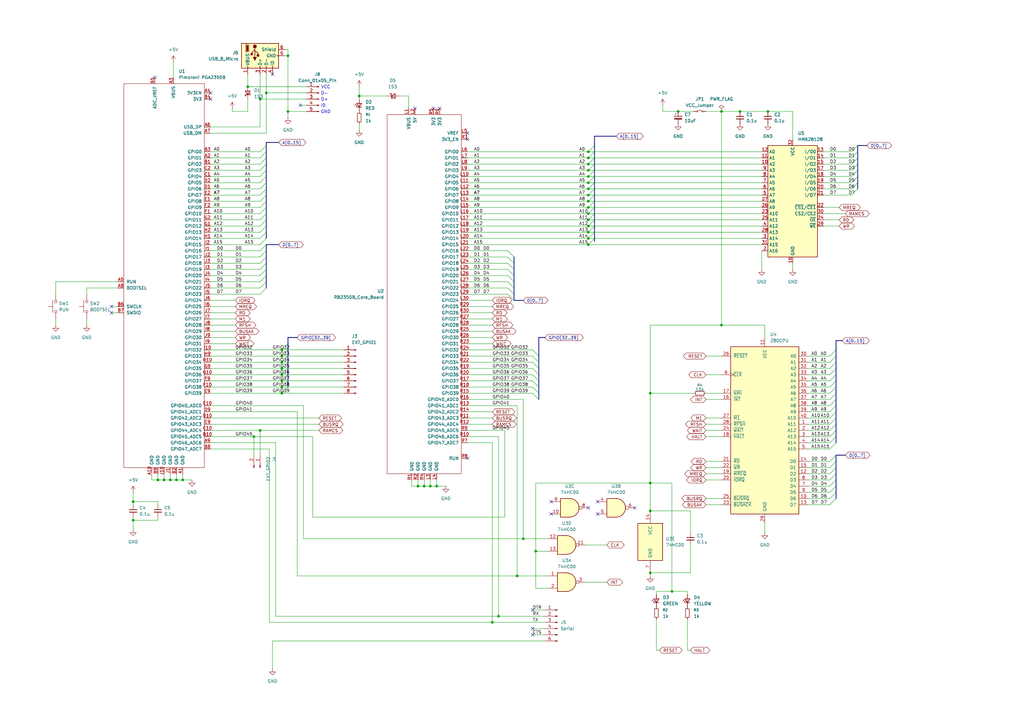
<source format=kicad_sch>
(kicad_sch (version 20250114) (generator "eeschema") (generator_version "9.0")
  (paper "A3")
  (title_block (title "EMUZ80_Pico2") (rev "0.1"))
  (text "D+" (at 133.096 40.894 0) (effects (font (size 1.27 1.27))))
  (text "ID" (at 132.588 43.434 0) (effects (font (size 1.27 1.27))))
  (text "GND" (at 133.604 45.974 0) (effects (font (size 1.27 1.27))))
  (text "D-" (at 133.096 38.354 0) (effects (font (size 1.27 1.27))))
  (text "VCC" (at 133.604 35.814 0) (effects (font (size 1.27 1.27))))
  (junction (at 241.3 62.23))
  (junction (at 64.77 196.85))
  (junction (at 266.7 234.95))
  (junction (at 171.45 199.39))
  (junction (at 118.11 45.72))
  (junction (at 101.6 35.56))
  (junction (at 278.13 45.72))
  (junction (at 115.57 158.75))
  (junction (at 115.57 156.21))
  (junction (at 241.3 69.85))
  (junction (at 214.63 220.98))
  (junction (at 106.68 176.53))
  (junction (at 241.3 92.71))
  (junction (at 204.47 252.73))
  (junction (at 314.96 45.72))
  (junction (at 69.85 196.85))
  (junction (at 275.59 242.57))
  (junction (at 241.3 77.47))
  (junction (at 115.57 148.59))
  (junction (at 72.39 196.85))
  (junction (at 115.57 151.13))
  (junction (at 295.91 133.35))
  (junction (at 104.14 179.07))
  (junction (at 241.3 90.17))
  (junction (at 115.57 153.67))
  (junction (at 241.3 72.39))
  (junction (at 241.3 97.79))
  (junction (at 201.93 255.27))
  (junction (at 109.22 38.1))
  (junction (at 241.3 95.25))
  (junction (at 266.7 198.12))
  (junction (at 212.09 236.22))
  (junction (at 106.68 40.64))
  (junction (at 303.53 45.72))
  (junction (at 176.53 199.39))
  (junction (at 67.31 196.85))
  (junction (at 173.99 199.39))
  (junction (at 241.3 67.31))
  (junction (at 295.91 45.72))
  (junction (at 241.3 64.77))
  (junction (at 115.57 143.51))
  (junction (at 179.07 199.39))
  (junction (at 241.3 74.93))
  (junction (at 241.3 80.01))
  (junction (at 54.61 205.74))
  (junction (at 115.57 146.05))
  (junction (at 241.3 85.09))
  (junction (at 147.32 39.37))
  (junction (at 266.7 209.55))
  (junction (at 115.57 161.29))
  (junction (at 219.71 226.06))
  (junction (at 54.61 213.36))
  (junction (at 241.3 82.55))
  (junction (at 241.3 87.63))
  (junction (at 74.93 196.85))
  (junction (at 266.7 161.29))
  (junction (at 241.3 100.33))
  (junction (at 118.11 22.86))
  (no_connect (at 191.77 187.96))
  (no_connect (at 226.06 205.74))
  (no_connect (at 218.44 260.35))
  (no_connect (at 123.19 43.18))
  (no_connect (at 218.44 257.81))
  (no_connect (at 218.44 250.19))
  (no_connect (at 86.36 40.64))
  (no_connect (at 45.72 128.27))
  (no_connect (at 177.8 44.45))
  (no_connect (at 245.11 205.74))
  (no_connect (at 241.3 208.28))
  (no_connect (at 226.06 210.82))
  (no_connect (at 45.72 125.73))
  (no_connect (at 191.77 54.61))
  (no_connect (at 111.76 30.48))
  (no_connect (at 63.5 31.75))
  (no_connect (at 245.11 210.82))
  (no_connect (at 170.18 44.45))
  (no_connect (at 191.77 57.15))
  (no_connect (at 260.35 208.28))
  (no_connect (at 86.36 38.1))
  (no_connect (at 180.34 44.45))
  (bus_entry (at 342.9 171.45) (size -2.54 2.54))
  (bus_entry (at 109.22 115.57) (size -2.54 2.54))
  (bus_entry (at 342.9 163.83) (size -2.54 2.54))
  (bus_entry (at 243.84 62.23) (size -2.54 2.54))
  (bus_entry (at 342.9 201.93) (size -2.54 2.54))
  (bus_entry (at 342.9 153.67) (size -2.54 2.54))
  (bus_entry (at 243.84 59.69) (size -2.54 2.54))
  (bus_entry (at 351.79 59.69) (size -2.54 2.54))
  (bus_entry (at 118.11 158.75) (size -2.54 2.54))
  (bus_entry (at 342.9 204.47) (size -2.54 2.54))
  (bus_entry (at 243.84 64.77) (size -2.54 2.54))
  (bus_entry (at 210.82 107.95) (size -2.54 -2.54))
  (bus_entry (at 243.84 67.31) (size -2.54 2.54))
  (bus_entry (at 109.22 100.33) (size -2.54 2.54))
  (bus_entry (at 109.22 59.69) (size -2.54 2.54))
  (bus_entry (at 351.79 77.47) (size -2.54 2.54))
  (bus_entry (at 118.11 148.59) (size -2.54 2.54))
  (bus_entry (at 243.84 95.25) (size -2.54 2.54))
  (bus_entry (at 351.79 74.93) (size -2.54 2.54))
  (bus_entry (at 243.84 92.71) (size -2.54 2.54))
  (bus_entry (at 109.22 90.17) (size -2.54 2.54))
  (bus_entry (at 351.79 64.77) (size -2.54 2.54))
  (bus_entry (at 342.9 146.05) (size -2.54 2.54))
  (bus_entry (at 351.79 69.85) (size -2.54 2.54))
  (bus_entry (at 220.98 151.13) (size -2.54 -2.54))
  (bus_entry (at 118.11 153.67) (size -2.54 2.54))
  (bus_entry (at 243.84 72.39) (size -2.54 2.54))
  (bus_entry (at 243.84 82.55) (size -2.54 2.54))
  (bus_entry (at 109.22 74.93) (size -2.54 2.54))
  (bus_entry (at 118.11 156.21) (size -2.54 2.54))
  (bus_entry (at 109.22 72.39) (size -2.54 2.54))
  (bus_entry (at 220.98 148.59) (size -2.54 -2.54))
  (bus_entry (at 109.22 105.41) (size -2.54 2.54))
  (bus_entry (at 109.22 85.09) (size -2.54 2.54))
  (bus_entry (at 220.98 163.83) (size -2.54 -2.54))
  (bus_entry (at 220.98 161.29) (size -2.54 -2.54))
  (bus_entry (at 118.11 146.05) (size -2.54 2.54))
  (bus_entry (at 118.11 140.97) (size -2.54 2.54))
  (bus_entry (at 109.22 62.23) (size -2.54 2.54))
  (bus_entry (at 109.22 110.49) (size -2.54 2.54))
  (bus_entry (at 220.98 158.75) (size -2.54 -2.54))
  (bus_entry (at 109.22 82.55) (size -2.54 2.54))
  (bus_entry (at 109.22 113.03) (size -2.54 2.54))
  (bus_entry (at 342.9 186.69) (size -2.54 2.54))
  (bus_entry (at 342.9 168.91) (size -2.54 2.54))
  (bus_entry (at 109.22 80.01) (size -2.54 2.54))
  (bus_entry (at 210.82 115.57) (size -2.54 -2.54))
  (bus_entry (at 210.82 123.19) (size -2.54 -2.54))
  (bus_entry (at 342.9 166.37) (size -2.54 2.54))
  (bus_entry (at 109.22 102.87) (size -2.54 2.54))
  (bus_entry (at 109.22 92.71) (size -2.54 2.54))
  (bus_entry (at 351.79 72.39) (size -2.54 2.54))
  (bus_entry (at 342.9 173.99) (size -2.54 2.54))
  (bus_entry (at 109.22 118.11) (size -2.54 2.54))
  (bus_entry (at 118.11 143.51) (size -2.54 2.54))
  (bus_entry (at 342.9 199.39) (size -2.54 2.54))
  (bus_entry (at 109.22 67.31) (size -2.54 2.54))
  (bus_entry (at 210.82 110.49) (size -2.54 -2.54))
  (bus_entry (at 243.84 85.09) (size -2.54 2.54))
  (bus_entry (at 109.22 87.63) (size -2.54 2.54))
  (bus_entry (at 109.22 97.79) (size -2.54 2.54))
  (bus_entry (at 342.9 158.75) (size -2.54 2.54))
  (bus_entry (at 243.84 74.93) (size -2.54 2.54))
  (bus_entry (at 351.79 62.23) (size -2.54 2.54))
  (bus_entry (at 351.79 67.31) (size -2.54 2.54))
  (bus_entry (at 220.98 156.21) (size -2.54 -2.54))
  (bus_entry (at 243.84 77.47) (size -2.54 2.54))
  (bus_entry (at 342.9 161.29) (size -2.54 2.54))
  (bus_entry (at 109.22 77.47) (size -2.54 2.54))
  (bus_entry (at 342.9 181.61) (size -2.54 2.54))
  (bus_entry (at 210.82 105.41) (size -2.54 -2.54))
  (bus_entry (at 109.22 64.77) (size -2.54 2.54))
  (bus_entry (at 243.84 90.17) (size -2.54 2.54))
  (bus_entry (at 342.9 148.59) (size -2.54 2.54))
  (bus_entry (at 342.9 156.21) (size -2.54 2.54))
  (bus_entry (at 342.9 191.77) (size -2.54 2.54))
  (bus_entry (at 210.82 113.03) (size -2.54 -2.54))
  (bus_entry (at 342.9 196.85) (size -2.54 2.54))
  (bus_entry (at 243.84 80.01) (size -2.54 2.54))
  (bus_entry (at 342.9 143.51) (size -2.54 2.54))
  (bus_entry (at 243.84 69.85) (size -2.54 2.54))
  (bus_entry (at 109.22 107.95) (size -2.54 2.54))
  (bus_entry (at 220.98 153.67) (size -2.54 -2.54))
  (bus_entry (at 210.82 118.11) (size -2.54 -2.54))
  (bus_entry (at 243.84 97.79) (size -2.54 2.54))
  (bus_entry (at 243.84 87.63) (size -2.54 2.54))
  (bus_entry (at 342.9 179.07) (size -2.54 2.54))
  (bus_entry (at 342.9 194.31) (size -2.54 2.54))
  (bus_entry (at 109.22 69.85) (size -2.54 2.54))
  (bus_entry (at 220.98 146.05) (size -2.54 -2.54))
  (bus_entry (at 342.9 176.53) (size -2.54 2.54))
  (bus_entry (at 342.9 189.23) (size -2.54 2.54))
  (bus_entry (at 210.82 120.65) (size -2.54 -2.54))
  (bus_entry (at 118.11 151.13) (size -2.54 2.54))
  (bus_entry (at 342.9 151.13) (size -2.54 2.54))
  (bus_entry (at 109.22 95.25) (size -2.54 2.54))
  (wire (pts (xy 191.77 67.31) (xy 241.3 67.31)))
  (wire (pts (xy 271.78 45.72) (xy 278.13 45.72)))
  (wire (pts (xy 214.63 163.83) (xy 214.63 220.98)))
  (wire (pts (xy 218.44 260.35) (xy 223.52 260.35)))
  (wire (pts (xy 191.77 140.97) (xy 201.93 140.97)))
  (wire (pts (xy 191.77 64.77) (xy 241.3 64.77)))
  (wire (pts (xy 118.11 148.59) (xy 140.97 148.59)))
  (wire (pts (xy 110.49 184.15) (xy 110.49 255.27)))
  (wire (pts (xy 325.12 45.72) (xy 325.12 57.15)))
  (wire (pts (xy 289.56 196.85) (xy 295.91 196.85)))
  (wire (pts (xy 86.36 100.33) (xy 106.68 100.33)))
  (wire (pts (xy 86.36 153.67) (xy 115.57 153.67)))
  (bus (pts (xy 342.9 173.99) (xy 342.9 176.53)))
  (wire (pts (xy 191.77 87.63) (xy 241.3 87.63)))
  (wire (pts (xy 241.3 74.93) (xy 243.84 74.93)))
  (wire (pts (xy 86.36 181.61) (xy 113.03 181.61)))
  (bus (pts (xy 118.11 140.97) (xy 118.11 138.43)))
  (bus (pts (xy 342.9 199.39) (xy 342.9 196.85)))
  (bus (pts (xy 118.11 156.21) (xy 118.11 153.67)))
  (bus (pts (xy 243.84 74.93) (xy 243.84 77.47)))
  (wire (pts (xy 266.7 133.35) (xy 266.7 161.29)))
  (wire (pts (xy 289.56 204.47) (xy 295.91 204.47)))
  (wire (pts (xy 289.56 207.01) (xy 295.91 207.01)))
  (wire (pts (xy 115.57 148.59) (xy 118.11 148.59)))
  (wire (pts (xy 48.26 118.11) (xy 35.56 118.11)))
  (wire (pts (xy 289.56 194.31) (xy 295.91 194.31)))
  (wire (pts (xy 331.47 166.37) (xy 340.36 166.37)))
  (wire (pts (xy 106.68 176.53) (xy 130.81 176.53)))
  (wire (pts (xy 214.63 220.98) (xy 224.79 220.98)))
  (wire (pts (xy 191.77 168.91) (xy 201.93 168.91)))
  (wire (pts (xy 86.36 77.47) (xy 106.68 77.47)))
  (wire (pts (xy 191.77 163.83) (xy 214.63 163.83)))
  (wire (pts (xy 191.77 74.93) (xy 241.3 74.93)))
  (wire (pts (xy 86.36 115.57) (xy 106.68 115.57)))
  (bus (pts (xy 109.22 100.33) (xy 114.3 100.33)))
  (wire (pts (xy 86.36 67.31) (xy 106.68 67.31)))
  (wire (pts (xy 191.77 151.13) (xy 218.44 151.13)))
  (bus (pts (xy 118.11 143.51) (xy 118.11 140.97)))
  (bus (pts (xy 243.84 55.88) (xy 243.84 59.69)))
  (bus (pts (xy 342.9 146.05) (xy 342.9 148.59)))
  (wire (pts (xy 45.72 128.27) (xy 48.26 128.27)))
  (wire (pts (xy 241.3 90.17) (xy 243.84 90.17)))
  (bus (pts (xy 220.98 138.43) (xy 223.52 138.43)))
  (wire (pts (xy 86.36 135.89) (xy 96.52 135.89)))
  (wire (pts (xy 289.56 161.29) (xy 295.91 161.29)))
  (wire (pts (xy 86.36 125.73) (xy 96.52 125.73)))
  (wire (pts (xy 71.12 25.4) (xy 71.12 31.75)))
  (wire (pts (xy 113.03 252.73) (xy 204.47 252.73)))
  (wire (pts (xy 337.82 77.47) (xy 349.25 77.47)))
  (wire (pts (xy 86.36 128.27) (xy 96.52 128.27)))
  (wire (pts (xy 331.47 189.23) (xy 340.36 189.23)))
  (bus (pts (xy 342.9 171.45) (xy 342.9 173.99)))
  (wire (pts (xy 266.7 161.29) (xy 266.7 198.12)))
  (wire (pts (xy 128.27 179.07) (xy 104.14 179.07)))
  (wire (pts (xy 64.77 194.31) (xy 64.77 196.85)))
  (wire (pts (xy 109.22 38.1) (xy 125.73 38.1)))
  (wire (pts (xy 179.07 199.39) (xy 182.88 199.39)))
  (wire (pts (xy 118.11 22.86) (xy 118.11 45.72)))
  (wire (pts (xy 106.68 176.53) (xy 106.68 186.69)))
  (wire (pts (xy 191.77 107.95) (xy 208.28 107.95)))
  (wire (pts (xy 191.77 115.57) (xy 208.28 115.57)))
  (wire (pts (xy 110.49 255.27) (xy 201.93 255.27)))
  (wire (pts (xy 243.84 92.71) (xy 312.42 92.71)))
  (wire (pts (xy 123.19 43.18) (xy 125.73 43.18)))
  (wire (pts (xy 173.99 199.39) (xy 176.53 199.39)))
  (wire (pts (xy 218.44 250.19) (xy 223.52 250.19)))
  (wire (pts (xy 241.3 64.77) (xy 243.84 64.77)))
  (bus (pts (xy 342.9 148.59) (xy 342.9 151.13)))
  (wire (pts (xy 179.07 196.85) (xy 179.07 199.39)))
  (wire (pts (xy 241.3 97.79) (xy 243.84 97.79)))
  (wire (pts (xy 118.11 45.72) (xy 118.11 48.26)))
  (wire (pts (xy 204.47 179.07) (xy 191.77 179.07)))
  (wire (pts (xy 86.36 113.03) (xy 106.68 113.03)))
  (wire (pts (xy 191.77 128.27) (xy 201.93 128.27)))
  (wire (pts (xy 212.09 166.37) (xy 212.09 236.22)))
  (wire (pts (xy 121.92 236.22) (xy 212.09 236.22)))
  (wire (pts (xy 101.6 40.64) (xy 101.6 45.72)))
  (wire (pts (xy 86.36 123.19) (xy 96.52 123.19)))
  (wire (pts (xy 111.76 262.89) (xy 111.76 274.32)))
  (wire (pts (xy 45.72 125.73) (xy 48.26 125.73)))
  (bus (pts (xy 118.11 158.75) (xy 118.11 156.21)))
  (bus (pts (xy 243.84 67.31) (xy 243.84 69.85)))
  (wire (pts (xy 243.84 64.77) (xy 312.42 64.77)))
  (wire (pts (xy 191.77 123.19) (xy 201.93 123.19)))
  (wire (pts (xy 191.77 153.67) (xy 218.44 153.67)))
  (bus (pts (xy 220.98 161.29) (xy 220.98 163.83)))
  (wire (pts (xy 191.77 125.73) (xy 201.93 125.73)))
  (wire (pts (xy 241.3 82.55) (xy 243.84 82.55)))
  (bus (pts (xy 109.22 90.17) (xy 109.22 92.71)))
  (wire (pts (xy 118.11 158.75) (xy 140.97 158.75)))
  (wire (pts (xy 118.11 151.13) (xy 140.97 151.13)))
  (wire (pts (xy 289.56 191.77) (xy 295.91 191.77)))
  (wire (pts (xy 337.82 64.77) (xy 349.25 64.77)))
  (wire (pts (xy 241.3 67.31) (xy 243.84 67.31)))
  (wire (pts (xy 241.3 62.23) (xy 243.84 62.23)))
  (bus (pts (xy 351.79 77.47) (xy 351.79 74.93)))
  (wire (pts (xy 207.01 176.53) (xy 207.01 212.09)))
  (wire (pts (xy 337.82 74.93) (xy 349.25 74.93)))
  (wire (pts (xy 241.3 77.47) (xy 243.84 77.47)))
  (wire (pts (xy 243.84 85.09) (xy 312.42 85.09)))
  (bus (pts (xy 109.22 85.09) (xy 109.22 87.63)))
  (wire (pts (xy 241.3 100.33) (xy 312.42 100.33)))
  (wire (pts (xy 124.46 166.37) (xy 124.46 220.98)))
  (bus (pts (xy 109.22 115.57) (xy 109.22 118.11)))
  (wire (pts (xy 115.57 146.05) (xy 118.11 146.05)))
  (bus (pts (xy 243.84 90.17) (xy 243.84 92.71)))
  (bus (pts (xy 342.9 191.77) (xy 342.9 189.23)))
  (wire (pts (xy 283.21 234.95) (xy 283.21 223.52)))
  (wire (pts (xy 191.77 97.79) (xy 241.3 97.79)))
  (bus (pts (xy 210.82 115.57) (xy 210.82 118.11)))
  (wire (pts (xy 86.36 54.61) (xy 109.22 54.61)))
  (bus (pts (xy 118.11 148.59) (xy 118.11 146.05)))
  (wire (pts (xy 101.6 30.48) (xy 101.6 35.56)))
  (wire (pts (xy 201.93 181.61) (xy 201.93 255.27)))
  (wire (pts (xy 86.36 179.07) (xy 104.14 179.07)))
  (wire (pts (xy 337.82 72.39) (xy 349.25 72.39)))
  (bus (pts (xy 109.22 64.77) (xy 109.22 67.31)))
  (wire (pts (xy 224.79 226.06) (xy 219.71 226.06)))
  (wire (pts (xy 266.7 209.55) (xy 283.21 209.55)))
  (wire (pts (xy 191.77 120.65) (xy 208.28 120.65)))
  (wire (pts (xy 344.17 92.71) (xy 337.82 92.71)))
  (bus (pts (xy 342.9 166.37) (xy 342.9 168.91)))
  (wire (pts (xy 115.57 158.75) (xy 118.11 158.75)))
  (wire (pts (xy 275.59 242.57) (xy 281.94 242.57)))
  (wire (pts (xy 106.68 40.64) (xy 106.68 52.07)))
  (bus (pts (xy 109.22 74.93) (xy 109.22 77.47)))
  (wire (pts (xy 191.77 102.87) (xy 208.28 102.87)))
  (wire (pts (xy 201.93 255.27) (xy 223.52 255.27)))
  (wire (pts (xy 191.77 118.11) (xy 208.28 118.11)))
  (wire (pts (xy 128.27 212.09) (xy 128.27 179.07)))
  (bus (pts (xy 109.22 113.03) (xy 109.22 115.57)))
  (wire (pts (xy 121.92 236.22) (xy 121.92 168.91)))
  (wire (pts (xy 240.03 223.52) (xy 248.92 223.52)))
  (wire (pts (xy 110.49 184.15) (xy 86.36 184.15)))
  (bus (pts (xy 342.9 176.53) (xy 342.9 179.07)))
  (wire (pts (xy 22.86 115.57) (xy 22.86 120.65)))
  (wire (pts (xy 86.36 62.23) (xy 106.68 62.23)))
  (wire (pts (xy 118.11 143.51) (xy 140.97 143.51)))
  (wire (pts (xy 35.56 130.81) (xy 35.56 133.35)))
  (wire (pts (xy 243.84 90.17) (xy 312.42 90.17)))
  (wire (pts (xy 295.91 45.72) (xy 295.91 133.35)))
  (wire (pts (xy 312.42 102.87) (xy 312.42 110.49)))
  (bus (pts (xy 109.22 92.71) (xy 109.22 95.25)))
  (wire (pts (xy 191.77 90.17) (xy 241.3 90.17)))
  (wire (pts (xy 243.84 74.93) (xy 312.42 74.93)))
  (wire (pts (xy 344.17 90.17) (xy 337.82 90.17)))
  (wire (pts (xy 201.93 181.61) (xy 191.77 181.61)))
  (wire (pts (xy 69.85 194.31) (xy 69.85 196.85)))
  (wire (pts (xy 86.36 105.41) (xy 106.68 105.41)))
  (bus (pts (xy 351.79 59.69) (xy 355.6 59.69)))
  (wire (pts (xy 191.77 135.89) (xy 201.93 135.89)))
  (wire (pts (xy 191.77 110.49) (xy 208.28 110.49)))
  (wire (pts (xy 86.36 151.13) (xy 115.57 151.13)))
  (wire (pts (xy 289.56 45.72) (xy 295.91 45.72)))
  (wire (pts (xy 283.21 209.55) (xy 283.21 218.44)))
  (wire (pts (xy 115.57 156.21) (xy 118.11 156.21)))
  (bus (pts (xy 109.22 77.47) (xy 109.22 80.01)))
  (wire (pts (xy 325.12 107.95) (xy 325.12 110.49)))
  (wire (pts (xy 191.77 143.51) (xy 218.44 143.51)))
  (wire (pts (xy 116.84 20.32) (xy 118.11 20.32)))
  (wire (pts (xy 191.77 146.05) (xy 218.44 146.05)))
  (wire (pts (xy 243.84 80.01) (xy 312.42 80.01)))
  (bus (pts (xy 243.84 77.47) (xy 243.84 80.01)))
  (bus (pts (xy 342.9 161.29) (xy 342.9 163.83)))
  (wire (pts (xy 243.84 95.25) (xy 312.42 95.25)))
  (wire (pts (xy 289.56 153.67) (xy 295.91 153.67)))
  (wire (pts (xy 86.36 90.17) (xy 106.68 90.17)))
  (bus (pts (xy 342.9 158.75) (xy 342.9 161.29)))
  (wire (pts (xy 86.36 107.95) (xy 106.68 107.95)))
  (wire (pts (xy 266.7 198.12) (xy 266.7 209.55)))
  (bus (pts (xy 342.9 143.51) (xy 342.9 146.05)))
  (wire (pts (xy 281.94 254) (xy 281.94 266.7)))
  (wire (pts (xy 54.61 201.93) (xy 54.61 205.74)))
  (wire (pts (xy 243.84 69.85) (xy 312.42 69.85)))
  (wire (pts (xy 331.47 156.21) (xy 340.36 156.21)))
  (wire (pts (xy 86.36 140.97) (xy 96.52 140.97)))
  (bus (pts (xy 109.22 72.39) (xy 109.22 74.93)))
  (bus (pts (xy 118.11 151.13) (xy 118.11 148.59)))
  (wire (pts (xy 115.57 151.13) (xy 118.11 151.13)))
  (bus (pts (xy 109.22 58.42) (xy 114.3 58.42)))
  (wire (pts (xy 69.85 196.85) (xy 72.39 196.85)))
  (wire (pts (xy 147.32 50.8) (xy 147.32 53.34)))
  (wire (pts (xy 171.45 199.39) (xy 173.99 199.39)))
  (bus (pts (xy 210.82 113.03) (xy 210.82 115.57)))
  (wire (pts (xy 168.91 199.39) (xy 171.45 199.39)))
  (wire (pts (xy 191.77 148.59) (xy 218.44 148.59)))
  (wire (pts (xy 86.36 102.87) (xy 106.68 102.87)))
  (bus (pts (xy 342.9 201.93) (xy 342.9 199.39)))
  (wire (pts (xy 331.47 148.59) (xy 340.36 148.59)))
  (wire (pts (xy 269.24 266.7) (xy 270.51 266.7)))
  (bus (pts (xy 342.9 189.23) (xy 342.9 186.69)))
  (wire (pts (xy 331.47 194.31) (xy 340.36 194.31)))
  (wire (pts (xy 241.3 87.63) (xy 243.84 87.63)))
  (wire (pts (xy 86.36 74.93) (xy 106.68 74.93)))
  (wire (pts (xy 168.91 196.85) (xy 168.91 199.39)))
  (wire (pts (xy 35.56 118.11) (xy 35.56 120.65)))
  (bus (pts (xy 118.11 138.43) (xy 121.92 138.43)))
  (wire (pts (xy 241.3 95.25) (xy 243.84 95.25)))
  (wire (pts (xy 204.47 179.07) (xy 204.47 252.73)))
  (wire (pts (xy 191.77 171.45) (xy 201.93 171.45)))
  (wire (pts (xy 331.47 184.15) (xy 340.36 184.15)))
  (wire (pts (xy 125.73 40.64) (xy 106.68 40.64)))
  (wire (pts (xy 86.36 146.05) (xy 115.57 146.05)))
  (bus (pts (xy 342.9 156.21) (xy 342.9 158.75)))
  (wire (pts (xy 118.11 45.72) (xy 125.73 45.72)))
  (wire (pts (xy 275.59 198.12) (xy 275.59 242.57)))
  (wire (pts (xy 86.36 148.59) (xy 115.57 148.59)))
  (wire (pts (xy 295.91 133.35) (xy 266.7 133.35)))
  (wire (pts (xy 86.36 87.63) (xy 106.68 87.63)))
  (wire (pts (xy 191.77 138.43) (xy 201.93 138.43)))
  (bus (pts (xy 109.22 58.42) (xy 109.22 59.69)))
  (bus (pts (xy 109.22 95.25) (xy 109.22 97.79)))
  (wire (pts (xy 191.77 176.53) (xy 207.01 176.53)))
  (wire (pts (xy 86.36 52.07) (xy 106.68 52.07)))
  (wire (pts (xy 337.82 67.31) (xy 349.25 67.31)))
  (wire (pts (xy 295.91 45.72) (xy 303.53 45.72)))
  (bus (pts (xy 243.84 55.88) (xy 252.73 55.88)))
  (wire (pts (xy 86.36 80.01) (xy 106.68 80.01)))
  (wire (pts (xy 86.36 173.99) (xy 130.81 173.99)))
  (wire (pts (xy 266.7 198.12) (xy 275.59 198.12)))
  (wire (pts (xy 86.36 158.75) (xy 115.57 158.75)))
  (bus (pts (xy 220.98 148.59) (xy 220.98 151.13)))
  (wire (pts (xy 86.36 82.55) (xy 106.68 82.55)))
  (wire (pts (xy 86.36 161.29) (xy 115.57 161.29)))
  (bus (pts (xy 243.84 92.71) (xy 243.84 95.25)))
  (wire (pts (xy 331.47 176.53) (xy 340.36 176.53)))
  (wire (pts (xy 331.47 168.91) (xy 340.36 168.91)))
  (wire (pts (xy 115.57 143.51) (xy 118.11 143.51)))
  (bus (pts (xy 109.22 67.31) (xy 109.22 69.85)))
  (wire (pts (xy 116.84 22.86) (xy 118.11 22.86)))
  (wire (pts (xy 266.7 161.29) (xy 284.48 161.29)))
  (bus (pts (xy 243.84 69.85) (xy 243.84 72.39)))
  (wire (pts (xy 86.36 166.37) (xy 124.46 166.37)))
  (wire (pts (xy 281.94 266.7) (xy 283.21 266.7)))
  (wire (pts (xy 176.53 199.39) (xy 179.07 199.39)))
  (wire (pts (xy 314.96 45.72) (xy 325.12 45.72)))
  (wire (pts (xy 331.47 207.01) (xy 340.36 207.01)))
  (wire (pts (xy 204.47 252.73) (xy 223.52 252.73)))
  (bus (pts (xy 243.84 59.69) (xy 243.84 62.23)))
  (bus (pts (xy 345.44 139.7) (xy 342.9 139.7)))
  (wire (pts (xy 86.36 176.53) (xy 106.68 176.53)))
  (wire (pts (xy 331.47 158.75) (xy 340.36 158.75)))
  (wire (pts (xy 101.6 45.72) (xy 95.25 45.72)))
  (wire (pts (xy 167.64 39.37) (xy 167.64 44.45)))
  (wire (pts (xy 289.56 146.05) (xy 295.91 146.05)))
  (bus (pts (xy 220.98 153.67) (xy 220.98 156.21)))
  (wire (pts (xy 191.77 100.33) (xy 241.3 100.33)))
  (bus (pts (xy 243.84 87.63) (xy 243.84 90.17)))
  (wire (pts (xy 344.17 85.09) (xy 337.82 85.09)))
  (wire (pts (xy 72.39 196.85) (xy 74.93 196.85)))
  (wire (pts (xy 241.3 92.71) (xy 243.84 92.71)))
  (wire (pts (xy 191.77 92.71) (xy 241.3 92.71)))
  (wire (pts (xy 289.56 173.99) (xy 295.91 173.99)))
  (wire (pts (xy 74.93 196.85) (xy 78.74 196.85)))
  (bus (pts (xy 109.22 59.69) (xy 109.22 62.23)))
  (bus (pts (xy 342.9 153.67) (xy 342.9 156.21)))
  (wire (pts (xy 86.36 92.71) (xy 106.68 92.71)))
  (bus (pts (xy 342.9 179.07) (xy 342.9 181.61)))
  (wire (pts (xy 86.36 95.25) (xy 106.68 95.25)))
  (wire (pts (xy 104.14 179.07) (xy 104.14 186.69)))
  (wire (pts (xy 243.84 82.55) (xy 312.42 82.55)))
  (wire (pts (xy 331.47 153.67) (xy 340.36 153.67)))
  (wire (pts (xy 331.47 199.39) (xy 340.36 199.39)))
  (wire (pts (xy 243.84 72.39) (xy 312.42 72.39)))
  (wire (pts (xy 62.23 194.31) (xy 62.23 196.85)))
  (wire (pts (xy 191.77 85.09) (xy 241.3 85.09)))
  (bus (pts (xy 109.22 82.55) (xy 109.22 85.09)))
  (bus (pts (xy 342.9 139.7) (xy 342.9 143.51)))
  (wire (pts (xy 54.61 205.74) (xy 64.77 205.74)))
  (wire (pts (xy 86.36 72.39) (xy 106.68 72.39)))
  (bus (pts (xy 351.79 67.31) (xy 351.79 64.77)))
  (bus (pts (xy 351.79 69.85) (xy 351.79 67.31)))
  (wire (pts (xy 64.77 196.85) (xy 67.31 196.85)))
  (wire (pts (xy 86.36 97.79) (xy 106.68 97.79)))
  (bus (pts (xy 351.79 74.93) (xy 351.79 72.39)))
  (wire (pts (xy 86.36 133.35) (xy 96.52 133.35)))
  (bus (pts (xy 243.84 85.09) (xy 243.84 87.63)))
  (wire (pts (xy 109.22 30.48) (xy 109.22 38.1)))
  (wire (pts (xy 331.47 151.13) (xy 340.36 151.13)))
  (wire (pts (xy 115.57 153.67) (xy 118.11 153.67)))
  (wire (pts (xy 269.24 242.57) (xy 275.59 242.57)))
  (wire (pts (xy 337.82 87.63) (xy 346.71 87.63)))
  (bus (pts (xy 342.9 163.83) (xy 342.9 166.37)))
  (wire (pts (xy 115.57 161.29) (xy 140.97 161.29)))
  (wire (pts (xy 303.53 45.72) (xy 314.96 45.72)))
  (bus (pts (xy 243.84 62.23) (xy 243.84 64.77)))
  (bus (pts (xy 243.84 72.39) (xy 243.84 74.93)))
  (wire (pts (xy 86.36 120.65) (xy 106.68 120.65)))
  (wire (pts (xy 191.77 173.99) (xy 201.93 173.99)))
  (wire (pts (xy 331.47 163.83) (xy 340.36 163.83)))
  (wire (pts (xy 331.47 161.29) (xy 340.36 161.29)))
  (wire (pts (xy 219.71 241.3) (xy 224.79 241.3)))
  (bus (pts (xy 109.22 107.95) (xy 109.22 110.49)))
  (bus (pts (xy 210.82 118.11) (xy 210.82 120.65)))
  (bus (pts (xy 243.84 64.77) (xy 243.84 67.31)))
  (wire (pts (xy 241.3 80.01) (xy 243.84 80.01)))
  (bus (pts (xy 243.84 95.25) (xy 243.84 97.79)))
  (wire (pts (xy 219.71 226.06) (xy 219.71 241.3)))
  (wire (pts (xy 331.47 204.47) (xy 340.36 204.47)))
  (wire (pts (xy 331.47 196.85) (xy 340.36 196.85)))
  (wire (pts (xy 86.36 156.21) (xy 115.57 156.21)))
  (bus (pts (xy 243.84 97.79) (xy 243.84 99.06)))
  (wire (pts (xy 54.61 213.36) (xy 64.77 213.36)))
  (wire (pts (xy 337.82 80.01) (xy 349.25 80.01)))
  (bus (pts (xy 109.22 62.23) (xy 109.22 64.77)))
  (bus (pts (xy 243.84 80.01) (xy 243.84 82.55)))
  (wire (pts (xy 113.03 181.61) (xy 113.03 252.73)))
  (wire (pts (xy 54.61 205.74) (xy 54.61 207.01)))
  (wire (pts (xy 191.77 156.21) (xy 218.44 156.21)))
  (bus (pts (xy 243.84 82.55) (xy 243.84 85.09)))
  (wire (pts (xy 269.24 242.57) (xy 269.24 243.84)))
  (wire (pts (xy 86.36 130.81) (xy 96.52 130.81)))
  (bus (pts (xy 118.11 153.67) (xy 118.11 151.13)))
  (wire (pts (xy 289.56 179.07) (xy 295.91 179.07)))
  (wire (pts (xy 176.53 196.85) (xy 176.53 199.39)))
  (wire (pts (xy 54.61 217.17) (xy 54.61 213.36)))
  (wire (pts (xy 240.03 238.76) (xy 248.92 238.76)))
  (wire (pts (xy 67.31 194.31) (xy 67.31 196.85)))
  (wire (pts (xy 266.7 234.95) (xy 283.21 234.95)))
  (wire (pts (xy 191.77 72.39) (xy 241.3 72.39)))
  (wire (pts (xy 147.32 35.56) (xy 147.32 39.37)))
  (bus (pts (xy 109.22 110.49) (xy 109.22 113.03)))
  (bus (pts (xy 220.98 146.05) (xy 220.98 148.59)))
  (wire (pts (xy 86.36 118.11) (xy 106.68 118.11)))
  (wire (pts (xy 111.76 262.89) (xy 223.52 262.89)))
  (wire (pts (xy 124.46 220.98) (xy 214.63 220.98)))
  (bus (pts (xy 342.9 194.31) (xy 342.9 191.77)))
  (wire (pts (xy 22.86 130.81) (xy 22.86 133.35)))
  (wire (pts (xy 86.36 168.91) (xy 121.92 168.91)))
  (bus (pts (xy 220.98 158.75) (xy 220.98 161.29)))
  (bus (pts (xy 109.22 105.41) (xy 109.22 107.95)))
  (wire (pts (xy 241.3 69.85) (xy 243.84 69.85)))
  (wire (pts (xy 74.93 194.31) (xy 74.93 196.85)))
  (bus (pts (xy 118.11 146.05) (xy 118.11 143.51)))
  (wire (pts (xy 331.47 201.93) (xy 340.36 201.93)))
  (wire (pts (xy 86.36 69.85) (xy 106.68 69.85)))
  (wire (pts (xy 118.11 156.21) (xy 140.97 156.21)))
  (bus (pts (xy 342.9 168.91) (xy 342.9 171.45)))
  (bus (pts (xy 109.22 100.33) (xy 109.22 102.87)))
  (wire (pts (xy 118.11 153.67) (xy 140.97 153.67)))
  (wire (pts (xy 118.11 146.05) (xy 140.97 146.05)))
  (wire (pts (xy 191.77 158.75) (xy 218.44 158.75)))
  (wire (pts (xy 243.84 62.23) (xy 312.42 62.23)))
  (bus (pts (xy 342.9 204.47) (xy 342.9 201.93)))
  (wire (pts (xy 269.24 254) (xy 269.24 266.7)))
  (wire (pts (xy 191.77 95.25) (xy 241.3 95.25)))
  (wire (pts (xy 337.82 62.23) (xy 349.25 62.23)))
  (wire (pts (xy 313.69 214.63) (xy 313.69 218.44)))
  (wire (pts (xy 86.36 85.09) (xy 106.68 85.09)))
  (wire (pts (xy 191.77 105.41) (xy 208.28 105.41)))
  (wire (pts (xy 331.47 179.07) (xy 340.36 179.07)))
  (wire (pts (xy 191.77 130.81) (xy 201.93 130.81)))
  (wire (pts (xy 212.09 236.22) (xy 224.79 236.22)))
  (bus (pts (xy 351.79 64.77) (xy 351.79 62.23)))
  (wire (pts (xy 86.36 171.45) (xy 130.81 171.45)))
  (bus (pts (xy 210.82 105.41) (xy 210.82 107.95)))
  (wire (pts (xy 171.45 196.85) (xy 171.45 199.39)))
  (wire (pts (xy 86.36 64.77) (xy 106.68 64.77)))
  (wire (pts (xy 295.91 133.35) (xy 313.69 133.35)))
  (wire (pts (xy 109.22 54.61) (xy 109.22 38.1)))
  (wire (pts (xy 271.78 43.18) (xy 271.78 45.72)))
  (wire (pts (xy 278.13 45.72) (xy 284.48 45.72)))
  (wire (pts (xy 86.36 110.49) (xy 106.68 110.49)))
  (bus (pts (xy 109.22 87.63) (xy 109.22 90.17)))
  (bus (pts (xy 220.98 151.13) (xy 220.98 153.67)))
  (wire (pts (xy 241.3 72.39) (xy 243.84 72.39)))
  (bus (pts (xy 109.22 69.85) (xy 109.22 72.39)))
  (wire (pts (xy 289.56 189.23) (xy 295.91 189.23)))
  (wire (pts (xy 219.71 198.12) (xy 219.71 226.06)))
  (wire (pts (xy 191.77 77.47) (xy 241.3 77.47)))
  (wire (pts (xy 243.84 87.63) (xy 312.42 87.63)))
  (wire (pts (xy 331.47 181.61) (xy 340.36 181.61)))
  (wire (pts (xy 191.77 82.55) (xy 241.3 82.55)))
  (wire (pts (xy 207.01 212.09) (xy 128.27 212.09)))
  (bus (pts (xy 342.9 196.85) (xy 342.9 194.31)))
  (wire (pts (xy 191.77 113.03) (xy 208.28 113.03)))
  (wire (pts (xy 54.61 212.09) (xy 54.61 213.36)))
  (wire (pts (xy 289.56 163.83) (xy 295.91 163.83)))
  (wire (pts (xy 191.77 62.23) (xy 241.3 62.23)))
  (wire (pts (xy 95.25 44.45) (xy 95.25 45.72)))
  (wire (pts (xy 243.84 77.47) (xy 312.42 77.47)))
  (wire (pts (xy 173.99 196.85) (xy 173.99 199.39)))
  (wire (pts (xy 147.32 39.37) (xy 147.32 40.64)))
  (bus (pts (xy 210.82 120.65) (xy 210.82 123.19)))
  (bus (pts (xy 351.79 62.23) (xy 351.79 59.69)))
  (wire (pts (xy 86.36 138.43) (xy 96.52 138.43)))
  (bus (pts (xy 109.22 102.87) (xy 109.22 105.41)))
  (wire (pts (xy 331.47 173.99) (xy 340.36 173.99)))
  (wire (pts (xy 64.77 212.09) (xy 64.77 213.36)))
  (bus (pts (xy 210.82 107.95) (xy 210.82 110.49)))
  (wire (pts (xy 191.77 166.37) (xy 212.09 166.37)))
  (wire (pts (xy 281.94 242.57) (xy 281.94 243.84)))
  (bus (pts (xy 220.98 138.43) (xy 220.98 146.05)))
  (wire (pts (xy 191.77 161.29) (xy 218.44 161.29)))
  (bus (pts (xy 351.79 72.39) (xy 351.79 69.85)))
  (wire (pts (xy 118.11 20.32) (xy 118.11 22.86)))
  (wire (pts (xy 48.26 115.57) (xy 22.86 115.57)))
  (bus (pts (xy 109.22 80.01) (xy 109.22 82.55)))
  (wire (pts (xy 266.7 236.22) (xy 266.7 234.95)))
  (wire (pts (xy 241.3 85.09) (xy 243.84 85.09)))
  (wire (pts (xy 243.84 97.79) (xy 312.42 97.79)))
  (wire (pts (xy 62.23 196.85) (xy 64.77 196.85)))
  (wire (pts (xy 331.47 146.05) (xy 340.36 146.05)))
  (wire (pts (xy 191.77 80.01) (xy 241.3 80.01)))
  (wire (pts (xy 243.84 67.31) (xy 312.42 67.31)))
  (bus (pts (xy 220.98 156.21) (xy 220.98 158.75)))
  (bus (pts (xy 342.9 151.13) (xy 342.9 153.67)))
  (wire (pts (xy 331.47 171.45) (xy 340.36 171.45)))
  (wire (pts (xy 289.56 171.45) (xy 295.91 171.45)))
  (wire (pts (xy 67.31 196.85) (xy 69.85 196.85)))
  (wire (pts (xy 191.77 133.35) (xy 201.93 133.35)))
  (wire (pts (xy 147.32 39.37) (xy 158.75 39.37)))
  (wire (pts (xy 86.36 143.51) (xy 115.57 143.51)))
  (wire (pts (xy 337.82 69.85) (xy 349.25 69.85)))
  (wire (pts (xy 64.77 205.74) (xy 64.77 207.01)))
  (wire (pts (xy 289.56 176.53) (xy 295.91 176.53)))
  (wire (pts (xy 219.71 198.12) (xy 266.7 198.12)))
  (wire (pts (xy 163.83 39.37) (xy 167.64 39.37)))
  (wire (pts (xy 331.47 191.77) (xy 340.36 191.77)))
  (bus (pts (xy 210.82 123.19) (xy 214.63 123.19)))
  (wire (pts (xy 218.44 257.81) (xy 223.52 257.81)))
  (wire (pts (xy 106.68 30.48) (xy 106.68 40.64)))
  (wire (pts (xy 191.77 69.85) (xy 241.3 69.85)))
  (wire (pts (xy 313.69 133.35) (xy 313.69 138.43)))
  (bus (pts (xy 210.82 110.49) (xy 210.82 113.03)))
  (wire (pts (xy 72.39 194.31) (xy 72.39 196.85)))
  (wire (pts (xy 125.73 35.56) (xy 101.6 35.56)))
  (bus (pts (xy 342.9 186.69) (xy 346.71 186.69)))
  (label "A8" (at 100.33 82.55 0))
  (label "A0" (at 237.49 62.23 0))
  (label "A7" (at 332.74 163.83 0))
  (label "A10" (at 336.55 171.45 0))
  (label "A9" (at 332.74 168.91 0))
  (label "D3" (at 336.55 196.85 0))
  (label "D3" (at 198.12 110.49 0))
  (label "A3" (at 194.31 69.85 0))
  (label "D5" (at 198.12 115.57 0))
  (label "GPIO38" (at 209.55 158.75 0))
  (label "GPIO39" (at 96.52 161.29 0))
  (label "A2" (at 100.33 67.31 0))
  (label "D7" (at 340.36 80.01 0))
  (label "D4" (at 340.36 72.39 0))
  (label "D4" (at 96.52 113.03 0))
  (label "A5" (at 336.55 158.75 0))
  (label "GPIO39" (at 111.76 161.29 0))
  (label "D1" (at 198.12 105.41 0))
  (label "A8" (at 194.31 82.55 0))
  (label "A10" (at 194.31 87.63 0))
  (label "D6" (at 194.31 118.11 0))
  (label "D0" (at 340.36 62.23 0))
  (label "A6" (at 332.74 161.29 0))
  (label "GPIO34" (at 96.52 148.59 0))
  (label "GPIO32" (at 96.52 143.51 0))
  (label "D5" (at 340.36 74.93 0))
  (label "A9" (at 336.55 168.91 0))
  (label "A13" (at 336.55 179.07 0))
  (label "D3" (at 340.36 69.85 0))
  (label "GPIO39" (at 209.55 161.29 0))
  (label "GPIO37" (at 209.55 156.21 0))
  (label "A2" (at 194.31 67.31 0))
  (label "DTR" (at 218.44 250.19 0))
  (label "D0" (at 96.52 102.87 0))
  (label "A4" (at 237.49 72.39 0))
  (label "D5" (at 96.52 115.57 0))
  (label "D3" (at 88.9 110.49 0))
  (label "D5" (at 336.55 201.93 0))
  (label "A8" (at 87.63 82.55 0))
  (label "A2" (at 336.55 151.13 0))
  (label "A7" (at 237.49 80.01 0))
  (label "D5" (at 332.74 201.93 0))
  (label "D1" (at 194.31 105.41 0))
  (label "A14" (at 237.49 97.79 0))
  (label "A8" (at 332.74 166.37 0))
  (label "A11" (at 194.31 90.17 0))
  (label "A7" (at 100.33 80.01 0))
  (label "D3" (at 96.52 110.49 0))
  (label "GPIO41" (at 201.93 166.37 0))
  (label "A5" (at 87.63 74.93 0))
  (label "A6" (at 336.55 161.29 0))
  (label "A14" (at 332.74 181.61 0))
  (label "GPIO33" (at 96.52 146.05 0))
  (label "D7" (at 88.9 120.65 0))
  (label "A2" (at 332.74 151.13 0))
  (label "D6" (at 347.98 77.47 0))
  (label "D1" (at 96.52 105.41 0))
  (label "CTS" (at 218.44 260.35 0))
  (label "A15" (at 332.74 184.15 0))
  (label "GPIO32" (at 111.76 143.51 0))
  (label "A4" (at 336.55 156.21 0))
  (label "D1" (at 347.98 64.77 0))
  (label "A1" (at 332.74 148.59 0))
  (label "GPIO35" (at 111.76 151.13 0))
  (label "A13" (at 87.63 95.25 0))
  (label "A1" (at 237.49 64.77 0))
  (label "GPIO38" (at 96.52 158.75 0))
  (label "A7" (at 336.55 163.83 0))
  (label "GPIO33" (at 209.55 146.05 0))
  (label "D6" (at 88.9 118.11 0))
  (label "A3" (at 336.55 153.67 0))
  (label "A14" (at 194.31 97.79 0))
  (label "A6" (at 87.63 77.47 0))
  (label "D4" (at 198.12 113.03 0))
  (label "A9" (at 194.31 85.09 0))
  (label "D7" (at 96.52 120.65 0))
  (label "A0" (at 336.55 146.05 0))
  (label "D3" (at 194.31 110.49 0))
  (label "A15" (at 100.33 100.33 0))
  (label "A13" (at 100.33 95.25 0))
  (label "D4" (at 336.55 199.39 0))
  (label "GPIO32" (at 209.55 143.51 0))
  (label "A10" (at 237.49 87.63 0))
  (label "GPIO33" (at 201.93 146.05 0))
  (label "A0" (at 332.74 146.05 0))
  (label "A15" (at 237.49 100.33 0))
  (label "GPIO35" (at 96.52 151.13 0))
  (label "GPIO40" (at 96.52 166.37 0))
  (label "GPIO37" (at 96.52 156.21 0))
  (label "A7" (at 194.31 80.01 0))
  (label "A6" (at 194.31 77.47 0))
  (label "A3" (at 87.63 69.85 0))
  (label "A15" (at 87.63 100.33 0))
  (label "A14" (at 336.55 181.61 0))
  (label "GPIO34" (at 111.76 148.59 0))
  (label "D6" (at 336.55 204.47 0))
  (label "GPIO36" (at 111.76 153.67 0))
  (label "GPIO37" (at 111.76 156.21 0))
  (label "D2" (at 332.74 194.31 0))
  (label "A6" (at 237.49 77.47 0))
  (label "GPIO33" (at 111.76 146.05 0))
  (label "D1" (at 336.55 191.77 0))
  (label "D6" (at 332.74 204.47 0))
  (label "A12" (at 194.31 92.71 0))
  (label "D0" (at 194.31 102.87 0))
  (label "A1" (at 87.63 64.77 0))
  (label "D0" (at 332.74 189.23 0))
  (label "A2" (at 87.63 67.31 0))
  (label "GPIO36" (at 96.52 153.67 0))
  (label "D3" (at 332.74 196.85 0))
  (label "A14" (at 100.33 97.79 0))
  (label "A7" (at 194.31 80.01 0))
  (label "A3" (at 237.49 69.85 0))
  (label "D4" (at 194.31 113.03 0))
  (label "A4" (at 194.31 72.39 0))
  (label "A5" (at 100.33 74.93 0))
  (label "GPIO35" (at 201.93 151.13 0))
  (label "D2" (at 198.12 107.95 0))
  (label "A9" (at 100.33 85.09 0))
  (label "A0" (at 194.31 62.23 0))
  (label "A3" (at 100.33 69.85 0))
  (label "D7" (at 198.12 120.65 0))
  (label "D6" (at 340.36 77.47 0))
  (label "GPIO34" (at 201.93 148.59 0))
  (label "D2" (at 88.9 107.95 0))
  (label "A9" (at 237.49 85.09 0))
  (label "GPIO37" (at 201.93 156.21 0))
  (label "TX" (at 218.44 255.27 0))
  (label "A1" (at 194.31 64.77 0))
  (label "A11" (at 237.49 90.17 0))
  (label "A5" (at 194.31 74.93 0))
  (label "D6" (at 198.12 118.11 0))
  (label "D7" (at 347.98 80.01 0))
  (label "D2" (at 194.31 107.95 0))
  (label "D3" (at 347.98 69.85 0))
  (label "A15" (at 194.31 100.33 0))
  (label "D4" (at 88.9 113.03 0))
  (label "A4" (at 100.33 72.39 0))
  (label "GPIO36" (at 201.93 153.67 0))
  (label "A5" (at 332.74 158.75 0))
  (label "A9" (at 87.63 85.09 0))
  (label "GPIO36" (at 209.55 153.67 0))
  (label "A13" (at 332.74 179.07 0))
  (label "D2" (at 340.36 67.31 0))
  (label "GPIO41" (at 96.52 168.91 0))
  (label "A12" (at 87.63 92.71 0))
  (label "A13" (at 194.31 95.25 0))
  (label "A13" (at 237.49 95.25 0))
  (label "GPIO45" (at 96.52 179.07 0))
  (label "A7" (at 87.63 80.01 0))
  (label "A11" (at 87.63 90.17 0))
  (label "GPIO39" (at 201.93 161.29 0))
  (label "D0" (at 198.12 102.87 0))
  (label "GPIO38" (at 111.76 158.75 0))
  (label "A12" (at 336.55 176.53 0))
  (label "D4" (at 347.98 72.39 0))
  (label "A1" (at 100.33 64.77 0))
  (label "A6" (at 100.33 77.47 0))
  (label "D5" (at 347.98 74.93 0))
  (label "A8" (at 336.55 166.37 0))
  (label "D0" (at 336.55 189.23 0))
  (label "A5" (at 237.49 74.93 0))
  (label "GPIO38" (at 201.93 158.75 0))
  (label "A12" (at 100.33 92.71 0))
  (label "A14" (at 87.63 97.79 0))
  (label "D5" (at 88.9 115.57 0))
  (label "D1" (at 340.36 64.77 0))
  (label "A4" (at 87.63 72.39 0))
  (label "A11" (at 336.55 173.99 0))
  (label "GPIO32" (at 201.93 143.51 0))
  (label "A2" (at 237.49 67.31 0))
  (label "D4" (at 332.74 199.39 0))
  (label "D6" (at 96.52 118.11 0))
  (label "A10" (at 100.33 87.63 0))
  (label "D0" (at 88.9 102.87 0))
  (label "A12" (at 237.49 92.71 0))
  (label "A1" (at 336.55 148.59 0))
  (label "D1" (at 332.74 191.77 0))
  (label "GPIO35" (at 209.55 151.13 0))
  (label "RX" (at 218.44 252.73 0))
  (label "A8" (at 237.49 82.55 0))
  (label "GPIO34" (at 209.55 148.59 0))
  (label "A15" (at 336.55 184.15 0))
  (label "D0" (at 347.98 62.23 0))
  (label "D1" (at 88.9 105.41 0))
  (label "GPIO40" (at 201.93 163.83 0))
  (label "D2" (at 347.98 67.31 0))
  (label "A12" (at 332.74 176.53 0))
  (label "A3" (at 332.74 153.67 0))
  (label "D7" (at 336.55 207.01 0))
  (label "D2" (at 336.55 194.31 0))
  (label "A11" (at 332.74 173.99 0))
  (label "A11" (at 100.33 90.17 0))
  (label "A7" (at 87.63 80.01 0))
  (label "D5" (at 194.31 115.57 0))
  (label "D7" (at 194.31 120.65 0))
  (label "A0" (at 100.33 62.23 0))
  (label "GPIO45" (at 201.93 176.53 0))
  (label "D7" (at 332.74 207.01 0))
  (label "A0" (at 87.63 62.23 0))
  (label "A10" (at 332.74 171.45 0))
  (label "A4" (at 332.74 156.21 0))
  (label "D2" (at 96.52 107.95 0))
  (label "A10" (at 87.63 87.63 0))
  (global_label "RFSH" (shape tri_state) (at 96.52 133.35 0) (property "Intersheetrefs" "${INTERSHEET_REFS}" (effects (hide yes))))
  (global_label "HALT" (shape tri_state) (at 283.21 266.7 0) (property "Intersheetrefs" "${INTERSHEET_REFS}" (effects (hide yes))))
  (global_label "D[0..7]" (shape tri_state) (at 214.63 123.19 0) (property "Intersheetrefs" "${INTERSHEET_REFS}" (effects (hide yes))))
  (global_label "RESET" (shape tri_state) (at 289.56 146.05 180) (property "Intersheetrefs" "${INTERSHEET_REFS}" (effects (hide yes))))
  (global_label "WAIT" (shape tri_state) (at 201.93 140.97 0) (property "Intersheetrefs" "${INTERSHEET_REFS}" (effects (hide yes))))
  (global_label "RD" (shape tri_state) (at 289.56 189.23 180) (property "Intersheetrefs" "${INTERSHEET_REFS}" (effects (hide yes))))
  (global_label "RESET" (shape tri_state) (at 201.93 168.91 0) (property "Intersheetrefs" "${INTERSHEET_REFS}" (effects (hide yes))))
  (global_label "IORQ" (shape tri_state) (at 201.93 123.19 0) (property "Intersheetrefs" "${INTERSHEET_REFS}" (effects (hide yes))))
  (global_label "BUSRQ" (shape tri_state) (at 201.93 171.45 0) (property "Intersheetrefs" "${INTERSHEET_REFS}" (effects (hide yes))))
  (global_label "INT" (shape tri_state) (at 248.92 238.76 0) (property "Intersheetrefs" "${INTERSHEET_REFS}" (effects (hide yes))))
  (global_label "RAMCS" (shape tri_state) (at 130.81 176.53 0) (property "Intersheetrefs" "${INTERSHEET_REFS}" (effects (hide yes))))
  (global_label "RAMCS" (shape tri_state) (at 346.71 87.63 0) (property "Intersheetrefs" "${INTERSHEET_REFS}" (effects (hide yes))))
  (global_label "D[0..7]" (shape tri_state) (at 355.6 59.69 0) (property "Intersheetrefs" "${INTERSHEET_REFS}" (effects (hide yes))))
  (global_label "BUSAK" (shape tri_state) (at 96.52 135.89 0) (property "Intersheetrefs" "${INTERSHEET_REFS}" (effects (hide yes))))
  (global_label "A[0..15]" (shape tri_state) (at 114.3 58.42 0) (property "Intersheetrefs" "${INTERSHEET_REFS}" (effects (hide yes))))
  (global_label "A[0..15]" (shape tri_state) (at 345.44 139.7 0) (property "Intersheetrefs" "${INTERSHEET_REFS}" (effects (hide yes))))
  (global_label "BUSRQ" (shape tri_state) (at 130.81 173.99 0) (property "Intersheetrefs" "${INTERSHEET_REFS}" (effects (hide yes))))
  (global_label "RESET" (shape tri_state) (at 270.51 266.7 0) (property "Intersheetrefs" "${INTERSHEET_REFS}" (effects (hide yes))))
  (global_label "RESET" (shape tri_state) (at 130.81 171.45 0) (property "Intersheetrefs" "${INTERSHEET_REFS}" (effects (hide yes))))
  (global_label "RFSH" (shape tri_state) (at 289.56 173.99 180) (property "Intersheetrefs" "${INTERSHEET_REFS}" (effects (hide yes))))
  (global_label "WR" (shape tri_state) (at 344.17 92.71 0) (property "Intersheetrefs" "${INTERSHEET_REFS}" (effects (hide yes))))
  (global_label "HALT" (shape tri_state) (at 289.56 179.07 180) (property "Intersheetrefs" "${INTERSHEET_REFS}" (effects (hide yes))))
  (global_label "WR" (shape tri_state) (at 96.52 138.43 0) (property "Intersheetrefs" "${INTERSHEET_REFS}" (effects (hide yes))))
  (global_label "RAMCS" (shape tri_state) (at 201.93 173.99 0) (property "Intersheetrefs" "${INTERSHEET_REFS}" (effects (hide yes))))
  (global_label "BUSAK" (shape tri_state) (at 289.56 207.01 180) (property "Intersheetrefs" "${INTERSHEET_REFS}" (effects (hide yes))))
  (global_label "A[0..15]" (shape tri_state) (at 252.73 55.88 0) (property "Intersheetrefs" "${INTERSHEET_REFS}" (effects (hide yes))))
  (global_label "GPIO[32..39]" (shape tri_state) (at 121.92 138.43 0) (property "Intersheetrefs" "${INTERSHEET_REFS}" (effects (hide yes))))
  (global_label "IORQ" (shape tri_state) (at 96.52 123.19 0) (property "Intersheetrefs" "${INTERSHEET_REFS}" (effects (hide yes))))
  (global_label "D[0..7]" (shape tri_state) (at 346.71 186.69 0) (property "Intersheetrefs" "${INTERSHEET_REFS}" (effects (hide yes))))
  (global_label "M1" (shape tri_state) (at 289.56 171.45 180) (property "Intersheetrefs" "${INTERSHEET_REFS}" (effects (hide yes))))
  (global_label "D[0..7]" (shape tri_state) (at 114.3 100.33 0) (property "Intersheetrefs" "${INTERSHEET_REFS}" (effects (hide yes))))
  (global_label "M1" (shape tri_state) (at 201.93 130.81 0) (property "Intersheetrefs" "${INTERSHEET_REFS}" (effects (hide yes))))
  (global_label "M1" (shape tri_state) (at 96.52 130.81 0) (property "Intersheetrefs" "${INTERSHEET_REFS}" (effects (hide yes))))
  (global_label "RFSH" (shape tri_state) (at 201.93 133.35 0) (property "Intersheetrefs" "${INTERSHEET_REFS}" (effects (hide yes))))
  (global_label "MREQ" (shape tri_state) (at 201.93 125.73 0) (property "Intersheetrefs" "${INTERSHEET_REFS}" (effects (hide yes))))
  (global_label "IORQ" (shape tri_state) (at 289.56 196.85 180) (property "Intersheetrefs" "${INTERSHEET_REFS}" (effects (hide yes))))
  (global_label "WAIT" (shape tri_state) (at 96.52 140.97 0) (property "Intersheetrefs" "${INTERSHEET_REFS}" (effects (hide yes))))
  (global_label "INT" (shape tri_state) (at 289.56 163.83 180) (property "Intersheetrefs" "${INTERSHEET_REFS}" (effects (hide yes))))
  (global_label "RD" (shape tri_state) (at 96.52 128.27 0) (property "Intersheetrefs" "${INTERSHEET_REFS}" (effects (hide yes))))
  (global_label "RD" (shape tri_state) (at 201.93 128.27 0) (property "Intersheetrefs" "${INTERSHEET_REFS}" (effects (hide yes))))
  (global_label "BUSAK" (shape tri_state) (at 201.93 135.89 0) (property "Intersheetrefs" "${INTERSHEET_REFS}" (effects (hide yes))))
  (global_label "WR" (shape tri_state) (at 289.56 191.77 180) (property "Intersheetrefs" "${INTERSHEET_REFS}" (effects (hide yes))))
  (global_label "MREQ" (shape tri_state) (at 344.17 85.09 0) (property "Intersheetrefs" "${INTERSHEET_REFS}" (effects (hide yes))))
  (global_label "WAIT" (shape tri_state) (at 289.56 176.53 180) (property "Intersheetrefs" "${INTERSHEET_REFS}" (effects (hide yes))))
  (global_label "RD" (shape tri_state) (at 344.17 90.17 0) (property "Intersheetrefs" "${INTERSHEET_REFS}" (effects (hide yes))))
  (global_label "CLK" (shape tri_state) (at 248.92 223.52 0) (property "Intersheetrefs" "${INTERSHEET_REFS}" (effects (hide yes))))
  (global_label "CLK" (shape tri_state) (at 289.56 153.67 180) (property "Intersheetrefs" "${INTERSHEET_REFS}" (effects (hide yes))))
  (global_label "BUSRQ" (shape tri_state) (at 289.56 204.47 180) (property "Intersheetrefs" "${INTERSHEET_REFS}" (effects (hide yes))))
  (global_label "MREQ" (shape tri_state) (at 96.52 125.73 0) (property "Intersheetrefs" "${INTERSHEET_REFS}" (effects (hide yes))))
  (global_label "GPIO[32..39]" (shape tri_state) (at 223.52 138.43 0) (property "Intersheetrefs" "${INTERSHEET_REFS}" (effects (hide yes))))
  (global_label "WR" (shape tri_state) (at 201.93 138.43 0) (property "Intersheetrefs" "${INTERSHEET_REFS}" (effects (hide yes))))
  (global_label "MREQ" (shape tri_state) (at 289.56 194.31 180) (property "Intersheetrefs" "${INTERSHEET_REFS}" (effects (hide yes))))
  (symbol (lib_id "power:GND") (at 35.56 133.35 0) (unit 1)
    (property "Reference" "#PWR06" (effects (hide yes)))
    (property "Value" "GND" (at 35.56 138.43 0))
    (property "Description" "Power symbol creates a global label with name \"GND\" , ground" (effects (hide yes)))
  )
  (symbol (lib_id "local:D_Schottky_Small") (at 101.6 38.1 90) (unit 1)
    (property "Reference" "D1" (at 104.14 37.0839 90) (effects (justify right)))
    (property "Value" "1S3" (at 104.14 39.6239 90) (effects (justify right)))
    (property "Footprint" "local-f:D_DO-34_SOD68_P7.62mm_Horizontal" (effects (hide yes)))
    (property "Description" "Schottky diode, small symbol" (effects (hide yes)))
  )
  (symbol (lib_id "Device:C_Small") (at 303.53 48.26 0) (unit 1)
    (property "Reference" "C1" (at 306.07 46.9962 0) (effects (justify left)))
    (property "Value" "0.1u" (at 306.07 49.5362 0) (effects (justify left)))
    (property "Footprint" "Capacitor_THT:C_Disc_D3.0mm_W1.6mm_P2.50mm" (effects (hide yes)))
    (property "Description" "Unpolarized capacitor, small symbol" (effects (hide yes)))
  )
  (symbol (lib_id "power:PWR_FLAG") (at 295.91 45.72 0) (unit 1)
    (property "Reference" "#FLG01" (effects (hide yes)))
    (property "Value" "PWR_FLAG" (at 295.91 40.64 0))
    (property "Description" "Special symbol for telling ERC where power comes from" (effects (hide yes)))
  )
  (symbol (lib_id "power:GND") (at 78.74 196.85 0) (unit 1)
    (property "Reference" "#PWR014" (effects (hide yes)))
    (property "Value" "GND" (at 78.74 201.93 0))
    (property "Description" "Power symbol creates a global label with name \"GND\" , ground" (effects (hide yes)))
  )
  (symbol (lib_id "power:GND") (at 54.61 217.17 0) (unit 1)
    (property "Reference" "#PWR09" (effects (hide yes)))
    (property "Value" "GND" (at 54.61 222.25 0))
    (property "Description" "Power symbol creates a global label with name \"GND\" , ground" (effects (hide yes)))
  )
  (symbol (lib_id "power:GND") (at 147.32 53.34 0) (unit 1)
    (property "Reference" "#PWR016" (effects (hide yes)))
    (property "Value" "GND" (at 147.32 58.42 0))
    (property "Description" "Power symbol creates a global label with name \"GND\" , ground" (effects (hide yes)))
  )
  (symbol (lib_id "local:Z80CPU") (at 313.69 176.53 0) (unit 1)
    (property "Reference" "U4" (at 315.8333 137.16 0) (effects (justify left)))
    (property "Value" "Z80CPU" (at 315.8333 139.7 0) (effects (justify left)))
    (property "Footprint" "local-f:DIP-40_SidePin_Z80" (effects (hide yes)))
    (property "Datasheet" "www.zilog.com/manage_directlink.php?filepath=docs/z80/um0080" (effects (hide yes)))
    (property "Description" "8-bit General Purpose Microprocessor, DIP-40" (effects (hide yes)))
  )
  (symbol (lib_id "local:LED_Small") (at 269.24 246.38 90) (unit 1)
    (property "Reference" "D3" (at 271.78 245.0464 90) (effects (justify right)))
    (property "Value" "GREEN" (at 271.78 247.5864 90) (effects (justify right)))
    (property "Footprint" "local-f:LED_D3.0mm" (effects (hide yes)))
    (property "Description" "Light emitting diode, small symbol" (effects (hide yes)))
    (property "Sim.Pin" "1=K 2=A" (effects (hide yes)))
  )
  (symbol (lib_id "local:R_Small") (at 269.24 251.46 0) (unit 1)
    (property "Reference" "R2" (at 271.78 250.1899 0) (effects (font (size 1.016 1.016)) (justify left)))
    (property "Value" "1k" (at 271.78 252.7299 0) (effects (justify left)))
    (property "Footprint" "local-f:R_Axial_L5.5mm_D2.0mm_P7.62mm_Horizontal" (effects (hide yes)))
    (property "Description" "Resistor, small symbol" (effects (hide yes)))
  )
  (symbol (lib_id "local:R_Small") (at 147.32 48.26 0) (unit 1)
    (property "Reference" "R1" (at 149.86 46.9899 0) (effects (font (size 1.016 1.016)) (justify left)))
    (property "Value" "1k" (at 149.86 49.5299 0) (effects (justify left)))
    (property "Footprint" "local-f:R_Axial_L5.5mm_D2.0mm_P7.62mm_Horizontal" (effects (hide yes)))
    (property "Description" "Resistor, small symbol" (effects (hide yes)))
  )
  (symbol (lib_id "power:+5V") (at 54.61 201.93 0) (unit 1)
    (property "Reference" "#PWR08" (effects (hide yes)))
    (property "Value" "+5V" (at 54.61 196.85 0))
    (property "Description" "Power symbol creates a global label with name \"+5V\"" (effects (hide yes)))
  )
  (symbol (lib_id "local:HM628128_DIP32_SOP32") (at 325.12 82.55 0) (unit 1)
    (property "Reference" "U5" (at 327.2633 54.61 0) (effects (justify left)))
    (property "Value" "HM628128" (at 327.2633 57.15 0) (effects (justify left)))
    (property "Footprint" "local-f:DIP-32_W15.24mm_OvalPads" (effects (hide yes)))
    (property "Datasheet" "https://www.silicon-ark.co.uk/datasheets/hm628128-datasheet-hitachi.pdf" (effects (hide yes)))
    (property "Description" "128K-word x 8-bit High-Speed CMOS Static RAM, 70/85/100/120ns, 5V supply, DIP-32/SOP-32" (effects (hide yes)))
  )
  (symbol (lib_id "Connector:Conn_01x08_Pin") (at 146.05 151.13 0) (mirror y) (unit 1)
    (property "Reference" "J3" (at 144.272 137.922 0) (effects (justify right)))
    (property "Value" "EXT_GPIO1" (at 144.272 140.462 0) (effects (justify right)))
    (property "Footprint" "Connector_PinHeader_2.54mm:PinHeader_1x08_P2.54mm_Vertical" (effects (hide yes)))
    (property "Description" "Generic connector, single row, 01x08, script generated" (effects (hide yes)))
  )
  (symbol (lib_id "Connector:Conn_01x05_Pin") (at 130.81 40.64 0) (mirror y) (unit 1)
    (property "Reference" "J8" (at 130.175 30.48 0))
    (property "Value" "Conn_01x05_Pin" (at 130.175 33.02 0))
    (property "Footprint" "Connector_PinHeader_2.54mm:PinHeader_1x05_P2.54mm_Vertical" (effects (hide yes)))
    (property "Description" "Generic connector, single row, 01x05, script generated" (effects (hide yes)))
  )
  (symbol (lib_id "power:GND") (at 266.7 236.22 0) (unit 1)
    (property "Reference" "#PWR023" (effects (hide yes)))
    (property "Value" "GND" (at 266.7 241.3 0))
    (property "Description" "Power symbol creates a global label with name \"GND\" , ground" (effects (hide yes)))
  )
  (symbol (lib_id "local:74HC00") (at 266.7 222.25 0) (unit 5)
    (property "Reference" "U3" (at 273.05 220.9799 0) (effects (justify left)))
    (property "Value" "74HC00" (at 273.05 223.5199 0) (effects (justify left)))
    (property "Footprint" "Package_DIP:DIP-14_W7.62mm_Socket" (effects (hide yes)))
    (property "Datasheet" "http://www.ti.com/lit/gpn/sn74hc00" (effects (hide yes)))
    (property "Description" "quad 2-input NAND gate" (effects (hide yes)))
  )
  (symbol (lib_id "power:GND") (at 325.12 110.49 0) (unit 1)
    (property "Reference" "#PWR02" (effects (hide yes)))
    (property "Value" "GND" (at 325.12 115.57 0))
    (property "Description" "Power symbol creates a global label with name \"GND\" , ground" (effects (hide yes)))
  )
  (symbol (lib_id "power:+5V") (at 271.78 43.18 0) (unit 1)
    (property "Reference" "#PWR020" (effects (hide yes)))
    (property "Value" "+5V" (at 271.78 38.1 0))
    (property "Description" "Power symbol creates a global label with name \"+5V\"" (effects (hide yes)))
  )
  (symbol (lib_id "Connector:Conn_01x06_Pin") (at 228.6 255.27 0) (mirror y) (unit 1)
    (property "Reference" "J5" (at 229.87 255.2699 0) (effects (justify right)))
    (property "Value" "Serial" (at 229.87 257.8099 0) (effects (justify right)))
    (property "Footprint" "local-f:PinHeader_1x06_P2.54mm_Horizontal_NoFeet" (effects (hide yes)))
    (property "Description" "Generic connector, single row, 01x06, script generated" (effects (hide yes)))
  )
  (symbol (lib_id "power:GND") (at 118.11 48.26 0) (unit 1)
    (property "Reference" "#PWR010" (effects (hide yes)))
    (property "Value" "GND" (at 118.11 53.34 0))
    (property "Description" "Power symbol creates a global label with name \"GND\" , ground" (effects (hide yes)))
  )
  (symbol (lib_id "local:RB2350B_Core_Board") (at 173.99 120.65 0) (unit 1)
    (property "Reference" "U2" (at 157.48 119.3799 0) (effects (justify right)))
    (property "Value" "RB2350B_Core_Board" (at 157.48 121.9199 0) (effects (justify right)))
    (property "Footprint" "local-f:RB2350B_Core_Board" (effects (hide yes)))
  )
  (symbol (lib_id "local:LED_Small") (at 281.94 246.38 90) (unit 1)
    (property "Reference" "D4" (at 284.48 245.0464 90) (effects (justify right)))
    (property "Value" "YELLOW" (at 284.48 247.5864 90) (effects (justify right)))
    (property "Footprint" "local-f:LED_D3.0mm" (effects (hide yes)))
    (property "Description" "Light emitting diode, small symbol" (effects (hide yes)))
    (property "Sim.Pin" "1=K 2=A" (effects (hide yes)))
  )
  (symbol (lib_id "Device:C_Small") (at 54.61 209.55 0) (unit 1)
    (property "Reference" "C4" (at 57.15 208.2862 0) (effects (justify left)))
    (property "Value" "0.1u" (at 57.15 210.8262 0) (effects (justify left)))
    (property "Footprint" "Capacitor_THT:C_Disc_D3.0mm_W1.6mm_P2.50mm" (effects (hide yes)))
    (property "Description" "Unpolarized capacitor, small symbol" (effects (hide yes)))
  )
  (symbol (lib_id "power:GND") (at 314.96 50.8 0) (unit 1)
    (property "Reference" "#PWR018" (effects (hide yes)))
    (property "Value" "GND" (at 314.96 55.88 0))
    (property "Description" "Power symbol creates a global label with name \"GND\" , ground" (effects (hide yes)))
  )
  (symbol (lib_id "power:GND") (at 313.69 218.44 0) (unit 1)
    (property "Reference" "#PWR03" (effects (hide yes)))
    (property "Value" "GND" (at 313.69 223.52 0))
    (property "Description" "Power symbol creates a global label with name \"GND\" , ground" (effects (hide yes)))
  )
  (symbol (lib_id "local:LED_Small") (at 147.32 43.18 90) (unit 1)
    (property "Reference" "D2" (at 149.86 41.8464 90) (effects (justify right)))
    (property "Value" "RED" (at 149.86 44.3864 90) (effects (justify right)))
    (property "Footprint" "local-f:LED_D3.0mm" (effects (hide yes)))
    (property "Description" "Light emitting diode, small symbol" (effects (hide yes)))
    (property "Sim.Pin" "1=K 2=A" (effects (hide yes)))
  )
  (symbol (lib_id "power:GND") (at 182.88 199.39 0) (unit 1)
    (property "Reference" "#PWR015" (effects (hide yes)))
    (property "Value" "GND" (at 182.88 204.47 0))
    (property "Description" "Power symbol creates a global label with name \"GND\" , ground" (effects (hide yes)))
  )
  (symbol (lib_id "Connector:Conn_01x02_Pin") (at 106.68 191.77 270) (mirror x) (unit 1)
    (property "Reference" "J4" (at 112.522 187.198 0) (effects (justify right)))
    (property "Value" "EXT_GPIO2" (at 109.982 187.198 0) (effects (justify right)))
    (property "Footprint" "Connector_PinHeader_2.54mm:PinHeader_1x02_P2.54mm_Vertical" (effects (hide yes)))
    (property "Description" "Generic connector, single row, 01x02, script generated" (effects (hide yes)))
  )
  (symbol (lib_id "local:D_Schottky_Small") (at 161.29 39.37 0) (unit 1)
    (property "Reference" "D5" (at 161.036 33.02 0))
    (property "Value" "1S3" (at 161.036 35.56 0))
    (property "Footprint" "local-f:D_DO-34_SOD68_P7.62mm_Horizontal" (effects (hide yes)))
    (property "Description" "Schottky diode, small symbol" (effects (hide yes)))
  )
  (symbol (lib_id "Connector:USB_B_Micro") (at 106.68 22.86 90) (mirror x) (unit 1)
    (property "Reference" "J6" (at 97.79 21.5899 90) (effects (justify left)))
    (property "Value" "USB_B_Micro" (at 97.79 24.1299 90) (effects (justify left)))
    (property "Footprint" "Connector_USB:USB_Micro-B_Amphenol_10103594-0001LF_Horizontal" (effects (hide yes)))
    (property "Description" "USB Micro Type B connector" (effects (hide yes)))
  )
  (symbol (lib_id "power:GND") (at 22.86 133.35 0) (unit 1)
    (property "Reference" "#PWR07" (effects (hide yes)))
    (property "Value" "GND" (at 22.86 138.43 0))
    (property "Description" "Power symbol creates a global label with name \"GND\" , ground" (effects (hide yes)))
  )
  (symbol (lib_id "power:GND") (at 111.76 274.32 0) (unit 1)
    (property "Reference" "#PWR05" (effects (hide yes)))
    (property "Value" "GND" (at 111.76 279.4 0))
    (property "Description" "Power symbol creates a global label with name \"GND\" , ground" (effects (hide yes)))
  )
  (symbol (lib_id "Jumper:Jumper_2_Small_Bridged") (at 287.02 45.72 0) (unit 1)
    (property "Reference" "JP1" (at 287.02 40.64 0))
    (property "Value" "VCC_Jumper" (at 287.02 43.18 0))
    (property "Footprint" "Jumper:SolderJumper-2_P1.3mm_Bridged_RoundedPad1.0x1.5mm" (effects (hide yes)))
    (property "Description" "Jumper, 2-pole, small symbol, bridged" (effects (hide yes)))
  )
  (symbol (lib_id "local:74HC00") (at 252.73 208.28 0) (unit 2)
    (property "Reference" "U3" (at 252.7217 199.39 0))
    (property "Value" "74HC00" (at 252.7217 201.93 0))
    (property "Footprint" "Package_DIP:DIP-14_W7.62mm_Socket" (effects (hide yes)))
    (property "Datasheet" "http://www.ti.com/lit/gpn/sn74hc00" (effects (hide yes)))
    (property "Description" "quad 2-input NAND gate" (effects (hide yes)))
  )
  (symbol (lib_id "local:74HC00") (at 232.41 223.52 0) (unit 4)
    (property "Reference" "U3" (at 232.4017 214.63 0))
    (property "Value" "74HC00" (at 232.4017 217.17 0))
    (property "Footprint" "Package_DIP:DIP-14_W7.62mm_Socket" (effects (hide yes)))
    (property "Datasheet" "http://www.ti.com/lit/gpn/sn74hc00" (effects (hide yes)))
    (property "Description" "quad 2-input NAND gate" (effects (hide yes)))
  )
  (symbol (lib_id "Device:C_Small") (at 314.96 48.26 0) (unit 1)
    (property "Reference" "C2" (at 317.5 46.9962 0) (effects (justify left)))
    (property "Value" "0.1u" (at 317.5 49.5362 0) (effects (justify left)))
    (property "Footprint" "Capacitor_THT:C_Disc_D3.0mm_W1.6mm_P2.50mm" (effects (hide yes)))
    (property "Description" "Unpolarized capacitor, small symbol" (effects (hide yes)))
  )
  (symbol (lib_id "power:GND") (at 278.13 50.8 0) (unit 1)
    (property "Reference" "#PWR04" (effects (hide yes)))
    (property "Value" "GND" (at 278.13 55.88 0))
    (property "Description" "Power symbol creates a global label with name \"GND\" , ground" (effects (hide yes)))
  )
  (symbol (lib_id "power:GND") (at 312.42 110.49 0) (unit 1)
    (property "Reference" "#PWR01" (effects (hide yes)))
    (property "Value" "GND" (at 312.42 115.57 0))
    (property "Description" "Power symbol creates a global label with name \"GND\" , ground" (effects (hide yes)))
  )
  (symbol (lib_id "Device:C_Small") (at 283.21 220.98 0) (unit 1)
    (property "Reference" "C3" (at 285.75 219.7162 0) (effects (justify left)))
    (property "Value" "0.1u" (at 285.75 222.2562 0) (effects (justify left)))
    (property "Footprint" "Capacitor_THT:C_Disc_D3.0mm_W1.6mm_P2.50mm" (effects (hide yes)))
    (property "Description" "Unpolarized capacitor, small symbol" (effects (hide yes)))
  )
  (symbol (lib_id "local:Pimoroni_PGA2350") (at 67.31 113.03 0) (unit 1)
    (property "Reference" "U1" (at 73.2633 29.21 0) (effects (justify left)))
    (property "Value" "Pimoroni PGA2350B" (at 73.2633 31.75 0) (effects (justify left)))
    (property "Footprint" "local-f:PLCC-64_THT-Socket" (effects (hide yes)))
  )
  (symbol (lib_id "power:+5V") (at 71.12 25.4 0) (unit 1)
    (property "Reference" "#PWR012" (effects (hide yes)))
    (property "Value" "+5V" (at 71.12 20.32 0))
    (property "Description" "Power symbol creates a global label with name \"+5V\"" (effects (hide yes)))
  )
  (symbol (lib_id "power:+5V") (at 147.32 35.56 0) (unit 1)
    (property "Reference" "#PWR013" (effects (hide yes)))
    (property "Value" "+5V" (at 147.32 30.48 0))
    (property "Description" "Power symbol creates a global label with name \"+5V\"" (effects (hide yes)))
  )
  (symbol (lib_id "power:+5V") (at 95.25 44.45 0) (unit 1)
    (property "Reference" "#PWR011" (effects (hide yes)))
    (property "Value" "+5V" (at 95.25 39.37 0))
    (property "Description" "Power symbol creates a global label with name \"+5V\"" (effects (hide yes)))
  )
  (symbol (lib_id "local:74HC00") (at 233.68 208.28 0) (unit 3)
    (property "Reference" "U3" (at 233.6717 199.39 0))
    (property "Value" "74HC00" (at 233.6717 201.93 0))
    (property "Footprint" "Package_DIP:DIP-14_W7.62mm_Socket" (effects (hide yes)))
    (property "Datasheet" "http://www.ti.com/lit/gpn/sn74hc00" (effects (hide yes)))
    (property "Description" "quad 2-input NAND gate" (effects (hide yes)))
  )
  (symbol (lib_id "local:74HC00") (at 232.41 238.76 0) (unit 1)
    (property "Reference" "U3" (at 232.4017 229.87 0))
    (property "Value" "74HC00" (at 232.4017 232.41 0))
    (property "Footprint" "Package_DIP:DIP-14_W7.62mm_Socket" (effects (hide yes)))
    (property "Datasheet" "http://www.ti.com/lit/gpn/sn74hc00" (effects (hide yes)))
    (property "Description" "quad 2-input NAND gate" (effects (hide yes)))
  )
  (symbol (lib_id "local:SW_Push") (at 22.86 125.73 90) (unit 1)
    (property "Reference" "SW1" (at 24.13 124.4599 90) (effects (justify right)))
    (property "Value" "RUN" (at 24.13 126.9999 90) (effects (justify right)))
    (property "Footprint" "local-f:Tact_SW" (effects (hide yes)))
    (property "Description" "Push button switch, generic, two pins" (effects (hide yes)))
  )
  (symbol (lib_id "local:SW_Push") (at 35.56 125.73 90) (unit 1)
    (property "Reference" "SW2" (at 36.83 124.4599 90) (effects (justify right)))
    (property "Value" "BOOTSEL" (at 36.83 126.9999 90) (effects (justify right)))
    (property "Footprint" "local-f:Tact_SW" (effects (hide yes)))
    (property "Description" "Push button switch, generic, two pins" (effects (hide yes)))
  )
  (symbol (lib_id "local:R_Small") (at 281.94 251.46 0) (unit 1)
    (property "Reference" "R3" (at 284.48 250.1899 0) (effects (font (size 1.016 1.016)) (justify left)))
    (property "Value" "1k" (at 284.48 252.7299 0) (effects (justify left)))
    (property "Footprint" "local-f:R_Axial_L5.5mm_D2.0mm_P7.62mm_Horizontal" (effects (hide yes)))
    (property "Description" "Resistor, small symbol" (effects (hide yes)))
  )
  (symbol (lib_id "local:R_Small") (at 287.02 161.29 90) (unit 1)
    (property "Reference" "R4" (at 287.02 157.988 90) (effects (font (size 1.016 1.016))))
    (property "Value" "10k" (at 287.02 159.766 90))
    (property "Footprint" "local-f:R_Axial_L5.5mm_D2.0mm_P7.62mm_Horizontal" (effects (hide yes)))
    (property "Description" "Resistor, small symbol" (effects (hide yes)))
  )
  (symbol (lib_id "Device:C_Polarized_Small") (at 278.13 48.26 0) (unit 1)
    (property "Reference" "C7" (at 280.67 46.99 0) (effects (justify left)))
    (property "Value" "10uF" (at 280.67 49.53 0) (effects (justify left)))
    (property "Footprint" "Capacitor_THT:CP_Radial_D5.0mm_P2.50mm" (effects (hide yes)))
    (property "Description" "Polarized capacitor, small symbol" (effects (hide yes)))
  )
  (symbol (lib_id "Device:C_Small") (at 64.77 209.55 0) (unit 1)
    (property "Reference" "C5" (at 67.31 208.2862 0) (effects (justify left)))
    (property "Value" "0.1u" (at 67.31 210.8262 0) (effects (justify left)))
    (property "Footprint" "Capacitor_THT:C_Disc_D3.0mm_W1.6mm_P2.50mm" (effects (hide yes)))
    (property "Description" "Unpolarized capacitor, small symbol" (effects (hide yes)))
  )
  (symbol (lib_id "power:GND") (at 303.53 50.8 0) (unit 1)
    (property "Reference" "#PWR019" (effects (hide yes)))
    (property "Value" "GND" (at 303.53 55.88 0))
    (property "Description" "Power symbol creates a global label with name \"GND\" , ground" (effects (hide yes)))
  )
)
</source>
